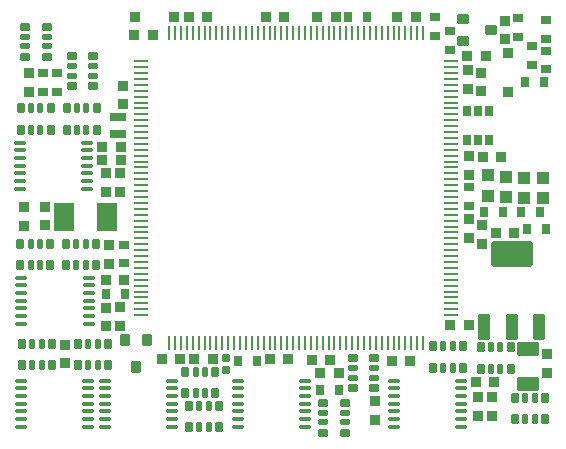
<source format=gtp>
G04*
G04 #@! TF.GenerationSoftware,Altium Limited,Altium Designer,22.1.2 (22)*
G04*
G04 Layer_Color=8421504*
%FSLAX25Y25*%
%MOIN*%
G70*
G04*
G04 #@! TF.SameCoordinates,AA89485F-E9C4-495D-BB32-9FCCB39CE94D*
G04*
G04*
G04 #@! TF.FilePolarity,Positive*
G04*
G01*
G75*
%ADD17O,0.04331X0.01181*%
%ADD18O,0.00866X0.05118*%
%ADD19O,0.05118X0.00866*%
G04:AMPARAMS|DCode=20|XSize=33.47mil|YSize=33.47mil|CornerRadius=3.35mil|HoleSize=0mil|Usage=FLASHONLY|Rotation=180.000|XOffset=0mil|YOffset=0mil|HoleType=Round|Shape=RoundedRectangle|*
%AMROUNDEDRECTD20*
21,1,0.03347,0.02677,0,0,180.0*
21,1,0.02677,0.03347,0,0,180.0*
1,1,0.00669,-0.01339,0.01339*
1,1,0.00669,0.01339,0.01339*
1,1,0.00669,0.01339,-0.01339*
1,1,0.00669,-0.01339,-0.01339*
%
%ADD20ROUNDEDRECTD20*%
G04:AMPARAMS|DCode=21|XSize=33.47mil|YSize=33.47mil|CornerRadius=3.35mil|HoleSize=0mil|Usage=FLASHONLY|Rotation=270.000|XOffset=0mil|YOffset=0mil|HoleType=Round|Shape=RoundedRectangle|*
%AMROUNDEDRECTD21*
21,1,0.03347,0.02677,0,0,270.0*
21,1,0.02677,0.03347,0,0,270.0*
1,1,0.00669,-0.01339,-0.01339*
1,1,0.00669,-0.01339,0.01339*
1,1,0.00669,0.01339,0.01339*
1,1,0.00669,0.01339,-0.01339*
%
%ADD21ROUNDEDRECTD21*%
G04:AMPARAMS|DCode=22|XSize=39.37mil|YSize=43.31mil|CornerRadius=3.94mil|HoleSize=0mil|Usage=FLASHONLY|Rotation=270.000|XOffset=0mil|YOffset=0mil|HoleType=Round|Shape=RoundedRectangle|*
%AMROUNDEDRECTD22*
21,1,0.03937,0.03543,0,0,270.0*
21,1,0.03150,0.04331,0,0,270.0*
1,1,0.00787,-0.01772,-0.01575*
1,1,0.00787,-0.01772,0.01575*
1,1,0.00787,0.01772,0.01575*
1,1,0.00787,0.01772,-0.01575*
%
%ADD22ROUNDEDRECTD22*%
G04:AMPARAMS|DCode=23|XSize=27.56mil|YSize=36.22mil|CornerRadius=2.76mil|HoleSize=0mil|Usage=FLASHONLY|Rotation=180.000|XOffset=0mil|YOffset=0mil|HoleType=Round|Shape=RoundedRectangle|*
%AMROUNDEDRECTD23*
21,1,0.02756,0.03071,0,0,180.0*
21,1,0.02205,0.03622,0,0,180.0*
1,1,0.00551,-0.01102,0.01535*
1,1,0.00551,0.01102,0.01535*
1,1,0.00551,0.01102,-0.01535*
1,1,0.00551,-0.01102,-0.01535*
%
%ADD23ROUNDEDRECTD23*%
G04:AMPARAMS|DCode=24|XSize=27.56mil|YSize=36.22mil|CornerRadius=2.76mil|HoleSize=0mil|Usage=FLASHONLY|Rotation=90.000|XOffset=0mil|YOffset=0mil|HoleType=Round|Shape=RoundedRectangle|*
%AMROUNDEDRECTD24*
21,1,0.02756,0.03071,0,0,90.0*
21,1,0.02205,0.03622,0,0,90.0*
1,1,0.00551,0.01535,0.01102*
1,1,0.00551,0.01535,-0.01102*
1,1,0.00551,-0.01535,-0.01102*
1,1,0.00551,-0.01535,0.01102*
%
%ADD24ROUNDEDRECTD24*%
G04:AMPARAMS|DCode=25|XSize=35.43mil|YSize=37.4mil|CornerRadius=3.54mil|HoleSize=0mil|Usage=FLASHONLY|Rotation=270.000|XOffset=0mil|YOffset=0mil|HoleType=Round|Shape=RoundedRectangle|*
%AMROUNDEDRECTD25*
21,1,0.03543,0.03032,0,0,270.0*
21,1,0.02835,0.03740,0,0,270.0*
1,1,0.00709,-0.01516,-0.01417*
1,1,0.00709,-0.01516,0.01417*
1,1,0.00709,0.01516,0.01417*
1,1,0.00709,0.01516,-0.01417*
%
%ADD25ROUNDEDRECTD25*%
G04:AMPARAMS|DCode=26|XSize=35.43mil|YSize=37.4mil|CornerRadius=3.54mil|HoleSize=0mil|Usage=FLASHONLY|Rotation=270.000|XOffset=0mil|YOffset=0mil|HoleType=Round|Shape=RoundedRectangle|*
%AMROUNDEDRECTD26*
21,1,0.03543,0.03032,0,0,270.0*
21,1,0.02835,0.03740,0,0,270.0*
1,1,0.00709,-0.01516,-0.01417*
1,1,0.00709,-0.01516,0.01417*
1,1,0.00709,0.01516,0.01417*
1,1,0.00709,0.01516,-0.01417*
%
%ADD26ROUNDEDRECTD26*%
%ADD27R,0.06693X0.09449*%
G04:AMPARAMS|DCode=28|XSize=23.62mil|YSize=35.43mil|CornerRadius=2.36mil|HoleSize=0mil|Usage=FLASHONLY|Rotation=180.000|XOffset=0mil|YOffset=0mil|HoleType=Round|Shape=RoundedRectangle|*
%AMROUNDEDRECTD28*
21,1,0.02362,0.03071,0,0,180.0*
21,1,0.01890,0.03543,0,0,180.0*
1,1,0.00472,-0.00945,0.01535*
1,1,0.00472,0.00945,0.01535*
1,1,0.00472,0.00945,-0.01535*
1,1,0.00472,-0.00945,-0.01535*
%
%ADD28ROUNDEDRECTD28*%
G04:AMPARAMS|DCode=29|XSize=25.59mil|YSize=31.5mil|CornerRadius=2.56mil|HoleSize=0mil|Usage=FLASHONLY|Rotation=0.000|XOffset=0mil|YOffset=0mil|HoleType=Round|Shape=RoundedRectangle|*
%AMROUNDEDRECTD29*
21,1,0.02559,0.02638,0,0,0.0*
21,1,0.02047,0.03150,0,0,0.0*
1,1,0.00512,0.01024,-0.01319*
1,1,0.00512,-0.01024,-0.01319*
1,1,0.00512,-0.01024,0.01319*
1,1,0.00512,0.01024,0.01319*
%
%ADD29ROUNDEDRECTD29*%
G04:AMPARAMS|DCode=30|XSize=17.72mil|YSize=31.5mil|CornerRadius=1.77mil|HoleSize=0mil|Usage=FLASHONLY|Rotation=0.000|XOffset=0mil|YOffset=0mil|HoleType=Round|Shape=RoundedRectangle|*
%AMROUNDEDRECTD30*
21,1,0.01772,0.02795,0,0,0.0*
21,1,0.01417,0.03150,0,0,0.0*
1,1,0.00354,0.00709,-0.01398*
1,1,0.00354,-0.00709,-0.01398*
1,1,0.00354,-0.00709,0.01398*
1,1,0.00354,0.00709,0.01398*
%
%ADD30ROUNDEDRECTD30*%
G04:AMPARAMS|DCode=31|XSize=35.83mil|YSize=33.47mil|CornerRadius=3.35mil|HoleSize=0mil|Usage=FLASHONLY|Rotation=270.000|XOffset=0mil|YOffset=0mil|HoleType=Round|Shape=RoundedRectangle|*
%AMROUNDEDRECTD31*
21,1,0.03583,0.02677,0,0,270.0*
21,1,0.02913,0.03347,0,0,270.0*
1,1,0.00669,-0.01339,-0.01457*
1,1,0.00669,-0.01339,0.01457*
1,1,0.00669,0.01339,0.01457*
1,1,0.00669,0.01339,-0.01457*
%
%ADD31ROUNDEDRECTD31*%
G04:AMPARAMS|DCode=32|XSize=35.43mil|YSize=37.4mil|CornerRadius=3.54mil|HoleSize=0mil|Usage=FLASHONLY|Rotation=180.000|XOffset=0mil|YOffset=0mil|HoleType=Round|Shape=RoundedRectangle|*
%AMROUNDEDRECTD32*
21,1,0.03543,0.03032,0,0,180.0*
21,1,0.02835,0.03740,0,0,180.0*
1,1,0.00709,-0.01417,0.01516*
1,1,0.00709,0.01417,0.01516*
1,1,0.00709,0.01417,-0.01516*
1,1,0.00709,-0.01417,-0.01516*
%
%ADD32ROUNDEDRECTD32*%
G04:AMPARAMS|DCode=33|XSize=35.43mil|YSize=37.4mil|CornerRadius=3.54mil|HoleSize=0mil|Usage=FLASHONLY|Rotation=180.000|XOffset=0mil|YOffset=0mil|HoleType=Round|Shape=RoundedRectangle|*
%AMROUNDEDRECTD33*
21,1,0.03543,0.03032,0,0,180.0*
21,1,0.02835,0.03740,0,0,180.0*
1,1,0.00709,-0.01417,0.01516*
1,1,0.00709,0.01417,0.01516*
1,1,0.00709,0.01417,-0.01516*
1,1,0.00709,-0.01417,-0.01516*
%
%ADD33ROUNDEDRECTD33*%
G04:AMPARAMS|DCode=34|XSize=25.59mil|YSize=31.5mil|CornerRadius=2.56mil|HoleSize=0mil|Usage=FLASHONLY|Rotation=270.000|XOffset=0mil|YOffset=0mil|HoleType=Round|Shape=RoundedRectangle|*
%AMROUNDEDRECTD34*
21,1,0.02559,0.02638,0,0,270.0*
21,1,0.02047,0.03150,0,0,270.0*
1,1,0.00512,-0.01319,-0.01024*
1,1,0.00512,-0.01319,0.01024*
1,1,0.00512,0.01319,0.01024*
1,1,0.00512,0.01319,-0.01024*
%
%ADD34ROUNDEDRECTD34*%
G04:AMPARAMS|DCode=35|XSize=17.72mil|YSize=31.5mil|CornerRadius=1.77mil|HoleSize=0mil|Usage=FLASHONLY|Rotation=270.000|XOffset=0mil|YOffset=0mil|HoleType=Round|Shape=RoundedRectangle|*
%AMROUNDEDRECTD35*
21,1,0.01772,0.02795,0,0,270.0*
21,1,0.01417,0.03150,0,0,270.0*
1,1,0.00354,-0.01398,-0.00709*
1,1,0.00354,-0.01398,0.00709*
1,1,0.00354,0.01398,0.00709*
1,1,0.00354,0.01398,-0.00709*
%
%ADD35ROUNDEDRECTD35*%
G04:AMPARAMS|DCode=36|XSize=27.56mil|YSize=55.12mil|CornerRadius=2.76mil|HoleSize=0mil|Usage=FLASHONLY|Rotation=270.000|XOffset=0mil|YOffset=0mil|HoleType=Round|Shape=RoundedRectangle|*
%AMROUNDEDRECTD36*
21,1,0.02756,0.04961,0,0,270.0*
21,1,0.02205,0.05512,0,0,270.0*
1,1,0.00551,-0.02480,-0.01102*
1,1,0.00551,-0.02480,0.01102*
1,1,0.00551,0.02480,0.01102*
1,1,0.00551,0.02480,-0.01102*
%
%ADD36ROUNDEDRECTD36*%
G04:AMPARAMS|DCode=37|XSize=27.56mil|YSize=23.62mil|CornerRadius=2.36mil|HoleSize=0mil|Usage=FLASHONLY|Rotation=180.000|XOffset=0mil|YOffset=0mil|HoleType=Round|Shape=RoundedRectangle|*
%AMROUNDEDRECTD37*
21,1,0.02756,0.01890,0,0,180.0*
21,1,0.02284,0.02362,0,0,180.0*
1,1,0.00472,-0.01142,0.00945*
1,1,0.00472,0.01142,0.00945*
1,1,0.00472,0.01142,-0.00945*
1,1,0.00472,-0.01142,-0.00945*
%
%ADD37ROUNDEDRECTD37*%
G04:AMPARAMS|DCode=38|XSize=43.31mil|YSize=84.65mil|CornerRadius=4.33mil|HoleSize=0mil|Usage=FLASHONLY|Rotation=0.000|XOffset=0mil|YOffset=0mil|HoleType=Round|Shape=RoundedRectangle|*
%AMROUNDEDRECTD38*
21,1,0.04331,0.07598,0,0,0.0*
21,1,0.03465,0.08465,0,0,0.0*
1,1,0.00866,0.01732,-0.03799*
1,1,0.00866,-0.01732,-0.03799*
1,1,0.00866,-0.01732,0.03799*
1,1,0.00866,0.01732,0.03799*
%
%ADD38ROUNDEDRECTD38*%
G04:AMPARAMS|DCode=39|XSize=43.31mil|YSize=84.65mil|CornerRadius=4.33mil|HoleSize=0mil|Usage=FLASHONLY|Rotation=0.000|XOffset=0mil|YOffset=0mil|HoleType=Round|Shape=RoundedRectangle|*
%AMROUNDEDRECTD39*
21,1,0.04331,0.07599,0,0,0.0*
21,1,0.03465,0.08465,0,0,0.0*
1,1,0.00866,0.01732,-0.03799*
1,1,0.00866,-0.01732,-0.03799*
1,1,0.00866,-0.01732,0.03799*
1,1,0.00866,0.01732,0.03799*
%
%ADD39ROUNDEDRECTD39*%
G04:AMPARAMS|DCode=40|XSize=137.8mil|YSize=84.65mil|CornerRadius=8.47mil|HoleSize=0mil|Usage=FLASHONLY|Rotation=0.000|XOffset=0mil|YOffset=0mil|HoleType=Round|Shape=RoundedRectangle|*
%AMROUNDEDRECTD40*
21,1,0.13780,0.06772,0,0,0.0*
21,1,0.12087,0.08465,0,0,0.0*
1,1,0.01693,0.06043,-0.03386*
1,1,0.01693,-0.06043,-0.03386*
1,1,0.01693,-0.06043,0.03386*
1,1,0.01693,0.06043,0.03386*
%
%ADD40ROUNDEDRECTD40*%
G04:AMPARAMS|DCode=41|XSize=70.87mil|YSize=45.28mil|CornerRadius=4.53mil|HoleSize=0mil|Usage=FLASHONLY|Rotation=0.000|XOffset=0mil|YOffset=0mil|HoleType=Round|Shape=RoundedRectangle|*
%AMROUNDEDRECTD41*
21,1,0.07087,0.03622,0,0,0.0*
21,1,0.06181,0.04528,0,0,0.0*
1,1,0.00906,0.03091,-0.01811*
1,1,0.00906,-0.03091,-0.01811*
1,1,0.00906,-0.03091,0.01811*
1,1,0.00906,0.03091,0.01811*
%
%ADD41ROUNDEDRECTD41*%
G04:AMPARAMS|DCode=42|XSize=35.83mil|YSize=33.47mil|CornerRadius=3.35mil|HoleSize=0mil|Usage=FLASHONLY|Rotation=180.000|XOffset=0mil|YOffset=0mil|HoleType=Round|Shape=RoundedRectangle|*
%AMROUNDEDRECTD42*
21,1,0.03583,0.02677,0,0,180.0*
21,1,0.02913,0.03347,0,0,180.0*
1,1,0.00669,-0.01457,0.01339*
1,1,0.00669,0.01457,0.01339*
1,1,0.00669,0.01457,-0.01339*
1,1,0.00669,-0.01457,-0.01339*
%
%ADD42ROUNDEDRECTD42*%
D17*
X150984Y5315D02*
D03*
Y7874D02*
D03*
Y10433D02*
D03*
Y12992D02*
D03*
Y15551D02*
D03*
Y18110D02*
D03*
Y20669D02*
D03*
X128543Y5315D02*
D03*
Y7874D02*
D03*
Y10433D02*
D03*
Y12992D02*
D03*
Y15551D02*
D03*
Y18110D02*
D03*
Y20669D02*
D03*
X26969Y39665D02*
D03*
Y42224D02*
D03*
Y44783D02*
D03*
Y47343D02*
D03*
Y49902D02*
D03*
Y52461D02*
D03*
Y55020D02*
D03*
X4527Y39665D02*
D03*
Y42224D02*
D03*
Y44783D02*
D03*
Y47343D02*
D03*
Y49902D02*
D03*
Y52461D02*
D03*
Y55020D02*
D03*
X26476Y84646D02*
D03*
Y87205D02*
D03*
Y89764D02*
D03*
Y92323D02*
D03*
Y94882D02*
D03*
Y97441D02*
D03*
Y100000D02*
D03*
X4035Y84646D02*
D03*
Y87205D02*
D03*
Y89764D02*
D03*
Y92323D02*
D03*
Y94882D02*
D03*
Y97441D02*
D03*
Y100000D02*
D03*
X32284Y20669D02*
D03*
Y18110D02*
D03*
Y15551D02*
D03*
Y12992D02*
D03*
Y10433D02*
D03*
Y7874D02*
D03*
Y5315D02*
D03*
X54724Y20669D02*
D03*
Y18110D02*
D03*
Y15551D02*
D03*
Y12992D02*
D03*
Y10433D02*
D03*
Y7874D02*
D03*
Y5315D02*
D03*
X76575Y20669D02*
D03*
Y18110D02*
D03*
Y15551D02*
D03*
Y12992D02*
D03*
Y10433D02*
D03*
Y7874D02*
D03*
Y5315D02*
D03*
X99016Y20669D02*
D03*
Y18110D02*
D03*
Y15551D02*
D03*
Y12992D02*
D03*
Y10433D02*
D03*
Y7874D02*
D03*
Y5315D02*
D03*
X26673D02*
D03*
Y7874D02*
D03*
Y10433D02*
D03*
Y12992D02*
D03*
Y15551D02*
D03*
Y18110D02*
D03*
Y20669D02*
D03*
X4232Y5315D02*
D03*
Y7874D02*
D03*
Y10433D02*
D03*
Y12992D02*
D03*
Y15551D02*
D03*
Y18110D02*
D03*
Y20669D02*
D03*
D18*
X53740Y136614D02*
D03*
X55709D02*
D03*
X57677D02*
D03*
X59646D02*
D03*
X61614D02*
D03*
X63583D02*
D03*
X65551D02*
D03*
X67520D02*
D03*
X69488D02*
D03*
X71457D02*
D03*
X73425D02*
D03*
X75394D02*
D03*
X77362D02*
D03*
X79331D02*
D03*
X81299D02*
D03*
X83268D02*
D03*
X85236D02*
D03*
X87205D02*
D03*
X89173D02*
D03*
X91142D02*
D03*
X93110D02*
D03*
X95079D02*
D03*
X97047D02*
D03*
X99016D02*
D03*
X100984D02*
D03*
X102953D02*
D03*
X104921D02*
D03*
X106890D02*
D03*
X108858D02*
D03*
X110827D02*
D03*
X112795D02*
D03*
X114764D02*
D03*
X116732D02*
D03*
X118701D02*
D03*
X120669D02*
D03*
X122638D02*
D03*
X124606D02*
D03*
X126575D02*
D03*
X128543D02*
D03*
X130512D02*
D03*
X132480D02*
D03*
X134449D02*
D03*
X136417D02*
D03*
X138386D02*
D03*
Y33071D02*
D03*
X136417D02*
D03*
X134449D02*
D03*
X132480D02*
D03*
X130512D02*
D03*
X128543D02*
D03*
X126575D02*
D03*
X124606D02*
D03*
X122638D02*
D03*
X120669D02*
D03*
X118701D02*
D03*
X116732D02*
D03*
X114764D02*
D03*
X112795D02*
D03*
X110827D02*
D03*
X108858D02*
D03*
X106890D02*
D03*
X104921D02*
D03*
X102953D02*
D03*
X100984D02*
D03*
X99016D02*
D03*
X97047D02*
D03*
X95079D02*
D03*
X93110D02*
D03*
X91142D02*
D03*
X89173D02*
D03*
X87205D02*
D03*
X85236D02*
D03*
X83268D02*
D03*
X81299D02*
D03*
X79331D02*
D03*
X77362D02*
D03*
X75394D02*
D03*
X73425D02*
D03*
X71457D02*
D03*
X69488D02*
D03*
X67520D02*
D03*
X65551D02*
D03*
X63583D02*
D03*
X61614D02*
D03*
X59646D02*
D03*
X57677D02*
D03*
X55709D02*
D03*
X53740D02*
D03*
D19*
X147835Y127165D02*
D03*
Y125197D02*
D03*
Y123228D02*
D03*
Y121260D02*
D03*
Y119291D02*
D03*
Y117323D02*
D03*
Y115354D02*
D03*
Y113386D02*
D03*
Y111417D02*
D03*
Y109449D02*
D03*
Y107480D02*
D03*
Y105512D02*
D03*
Y103543D02*
D03*
Y101575D02*
D03*
Y99606D02*
D03*
Y97638D02*
D03*
Y95669D02*
D03*
Y93701D02*
D03*
Y91732D02*
D03*
Y89764D02*
D03*
Y87795D02*
D03*
Y85827D02*
D03*
Y83858D02*
D03*
Y81890D02*
D03*
Y79921D02*
D03*
Y77953D02*
D03*
Y75984D02*
D03*
Y74016D02*
D03*
Y72047D02*
D03*
Y70079D02*
D03*
Y68110D02*
D03*
Y66142D02*
D03*
Y64173D02*
D03*
Y62205D02*
D03*
Y60236D02*
D03*
Y58268D02*
D03*
Y56299D02*
D03*
Y54331D02*
D03*
Y52362D02*
D03*
Y50394D02*
D03*
Y48425D02*
D03*
Y46457D02*
D03*
Y44488D02*
D03*
Y42520D02*
D03*
X44291D02*
D03*
Y44488D02*
D03*
Y46457D02*
D03*
Y48425D02*
D03*
Y50394D02*
D03*
Y52362D02*
D03*
Y54331D02*
D03*
Y56299D02*
D03*
Y58268D02*
D03*
Y60236D02*
D03*
Y62205D02*
D03*
Y64173D02*
D03*
Y66142D02*
D03*
Y68110D02*
D03*
Y70079D02*
D03*
Y72047D02*
D03*
Y74016D02*
D03*
Y75984D02*
D03*
Y77953D02*
D03*
Y79921D02*
D03*
Y81890D02*
D03*
Y83858D02*
D03*
Y85827D02*
D03*
Y87795D02*
D03*
Y89764D02*
D03*
Y91732D02*
D03*
Y93701D02*
D03*
Y95669D02*
D03*
Y97638D02*
D03*
Y99606D02*
D03*
Y101575D02*
D03*
Y103543D02*
D03*
Y105512D02*
D03*
Y107480D02*
D03*
Y109449D02*
D03*
Y111417D02*
D03*
Y113386D02*
D03*
Y115354D02*
D03*
Y117323D02*
D03*
Y119291D02*
D03*
Y121260D02*
D03*
Y123228D02*
D03*
Y125197D02*
D03*
Y127165D02*
D03*
D20*
X162165Y20079D02*
D03*
X155945D02*
D03*
X159409Y128740D02*
D03*
X153189D02*
D03*
X168760Y69882D02*
D03*
X162539D02*
D03*
X68386Y27854D02*
D03*
X62165D02*
D03*
X129724Y141811D02*
D03*
X135945D02*
D03*
X134114Y27165D02*
D03*
X127894D02*
D03*
X48287Y135827D02*
D03*
X42067D02*
D03*
X164527Y95177D02*
D03*
X158307D02*
D03*
X57441Y27756D02*
D03*
X51220D02*
D03*
X110394Y23327D02*
D03*
X104173D02*
D03*
X31536Y94193D02*
D03*
X37756D02*
D03*
X60276Y141929D02*
D03*
X66496D02*
D03*
X92185Y141831D02*
D03*
X85965D02*
D03*
X109311Y141831D02*
D03*
X103091D02*
D03*
X147382Y39272D02*
D03*
X153602D02*
D03*
X93465Y27756D02*
D03*
X87244D02*
D03*
X101221Y27657D02*
D03*
X107441D02*
D03*
X38839Y54232D02*
D03*
X32618D02*
D03*
X31437Y98523D02*
D03*
X37657D02*
D03*
D21*
X165650Y134488D02*
D03*
Y140709D02*
D03*
X179626Y29488D02*
D03*
Y23268D02*
D03*
X153248Y124173D02*
D03*
Y117953D02*
D03*
X37303Y89823D02*
D03*
Y83602D02*
D03*
X157776Y123386D02*
D03*
Y117165D02*
D03*
X122343Y13740D02*
D03*
Y7520D02*
D03*
X156791Y15217D02*
D03*
Y8996D02*
D03*
X161221Y8996D02*
D03*
Y15216D02*
D03*
X12500Y72480D02*
D03*
Y78701D02*
D03*
X32776Y89823D02*
D03*
Y83602D02*
D03*
X37402Y45138D02*
D03*
Y38917D02*
D03*
X158169Y66181D02*
D03*
Y72402D02*
D03*
X32579Y45039D02*
D03*
Y38819D02*
D03*
X18996Y32638D02*
D03*
Y26417D02*
D03*
X5413Y78602D02*
D03*
Y72382D02*
D03*
X153543Y95531D02*
D03*
Y89311D02*
D03*
X153642Y68347D02*
D03*
Y74567D02*
D03*
X6890Y123091D02*
D03*
Y116870D02*
D03*
X33760Y65905D02*
D03*
Y59685D02*
D03*
X38484Y112736D02*
D03*
Y118957D02*
D03*
D22*
X178445Y81693D02*
D03*
Y88386D02*
D03*
X165945Y88484D02*
D03*
Y81791D02*
D03*
X172146Y81693D02*
D03*
Y88386D02*
D03*
X160020Y89075D02*
D03*
Y82382D02*
D03*
D23*
X82874Y27264D02*
D03*
X76575D02*
D03*
X165157Y76968D02*
D03*
X158858D02*
D03*
X113484Y142028D02*
D03*
X119784D02*
D03*
X171063Y76772D02*
D03*
X177362D02*
D03*
X172933Y71260D02*
D03*
X179232D02*
D03*
X38878Y49705D02*
D03*
X32579D02*
D03*
X178543Y120177D02*
D03*
X172244D02*
D03*
X104134Y17421D02*
D03*
X110433D02*
D03*
D24*
X147244Y137106D02*
D03*
Y130807D02*
D03*
X142520Y141929D02*
D03*
Y135630D02*
D03*
X153642Y78839D02*
D03*
Y85138D02*
D03*
X170177Y135236D02*
D03*
Y141535D02*
D03*
X179232Y124409D02*
D03*
Y130709D02*
D03*
X179232Y134547D02*
D03*
Y140846D02*
D03*
X174606Y125984D02*
D03*
Y132283D02*
D03*
X38583Y66043D02*
D03*
Y59744D02*
D03*
X11614Y116929D02*
D03*
Y123228D02*
D03*
X16437Y116929D02*
D03*
Y123228D02*
D03*
D25*
X151850Y141339D02*
D03*
X161102Y137599D02*
D03*
D26*
X151850Y133858D02*
D03*
D27*
X33169Y75099D02*
D03*
X18602D02*
D03*
D28*
X160531Y110433D02*
D03*
X156791D02*
D03*
X153051D02*
D03*
Y100984D02*
D03*
X156791D02*
D03*
X160531D02*
D03*
D29*
X168996Y7776D02*
D03*
Y14862D02*
D03*
X179035D02*
D03*
Y7776D02*
D03*
X167618Y24705D02*
D03*
Y31791D02*
D03*
X157579D02*
D03*
Y24705D02*
D03*
X19390Y59153D02*
D03*
Y66240D02*
D03*
X29429D02*
D03*
Y59153D02*
D03*
X14173Y59154D02*
D03*
Y66240D02*
D03*
X4134D02*
D03*
Y59154D02*
D03*
X23327Y25787D02*
D03*
Y32874D02*
D03*
X33366D02*
D03*
Y25787D02*
D03*
X14665D02*
D03*
Y32874D02*
D03*
X4626D02*
D03*
Y25787D02*
D03*
X19587Y104331D02*
D03*
Y111417D02*
D03*
X29626D02*
D03*
Y104331D02*
D03*
X151772Y25000D02*
D03*
Y32087D02*
D03*
X141732D02*
D03*
Y25000D02*
D03*
X4232Y104331D02*
D03*
Y111417D02*
D03*
X14272D02*
D03*
Y104331D02*
D03*
X59153Y23524D02*
D03*
Y16437D02*
D03*
X69193D02*
D03*
Y23524D02*
D03*
X70374Y5217D02*
D03*
Y12303D02*
D03*
X60335D02*
D03*
Y5217D02*
D03*
D30*
X172441Y7776D02*
D03*
X175591D02*
D03*
Y14862D02*
D03*
X172441D02*
D03*
X161024Y31791D02*
D03*
X164173D02*
D03*
Y24705D02*
D03*
X161024D02*
D03*
X22835Y59153D02*
D03*
X25984D02*
D03*
Y66240D02*
D03*
X22835D02*
D03*
X7579Y66240D02*
D03*
X10728D02*
D03*
Y59154D02*
D03*
X7579D02*
D03*
X26772Y25787D02*
D03*
X29921D02*
D03*
Y32874D02*
D03*
X26772D02*
D03*
X8071D02*
D03*
X11221D02*
D03*
Y25787D02*
D03*
X8071D02*
D03*
X23032Y104331D02*
D03*
X26181D02*
D03*
Y111417D02*
D03*
X23032D02*
D03*
X145177Y32087D02*
D03*
X148327D02*
D03*
Y25000D02*
D03*
X145177D02*
D03*
X7677Y104331D02*
D03*
X10827D02*
D03*
Y111417D02*
D03*
X7677D02*
D03*
X65748Y16437D02*
D03*
X62598D02*
D03*
Y23524D02*
D03*
X65748D02*
D03*
X63780Y12303D02*
D03*
X66929D02*
D03*
Y5217D02*
D03*
X63780D02*
D03*
D31*
X166732Y129921D02*
D03*
Y116929D02*
D03*
D32*
X42618Y25079D02*
D03*
X46358Y34331D02*
D03*
D33*
X38878D02*
D03*
D34*
X105196Y3345D02*
D03*
X112283D02*
D03*
Y13384D02*
D03*
X105196D02*
D03*
X114961Y18209D02*
D03*
X122047D02*
D03*
Y28248D02*
D03*
X114961D02*
D03*
X28504Y118877D02*
D03*
X21417D02*
D03*
Y128917D02*
D03*
X28504D02*
D03*
X12894Y128642D02*
D03*
X5807D02*
D03*
Y138681D02*
D03*
X12894D02*
D03*
D35*
X112283Y9940D02*
D03*
Y6790D02*
D03*
X105196D02*
D03*
Y9940D02*
D03*
X122047Y24803D02*
D03*
Y21654D02*
D03*
X114961D02*
D03*
Y24803D02*
D03*
X28504Y122322D02*
D03*
Y125472D02*
D03*
X21417D02*
D03*
Y122322D02*
D03*
X12894Y132087D02*
D03*
Y135236D02*
D03*
X5807D02*
D03*
Y132087D02*
D03*
D36*
X36614Y102756D02*
D03*
Y108661D02*
D03*
D37*
X72835Y24213D02*
D03*
Y28150D02*
D03*
D38*
X158858Y38583D02*
D03*
X176969D02*
D03*
D39*
X167913D02*
D03*
D40*
X167913Y62992D02*
D03*
D41*
X173425Y19685D02*
D03*
Y31102D02*
D03*
D42*
X42323Y141831D02*
D03*
X55315D02*
D03*
M02*

</source>
